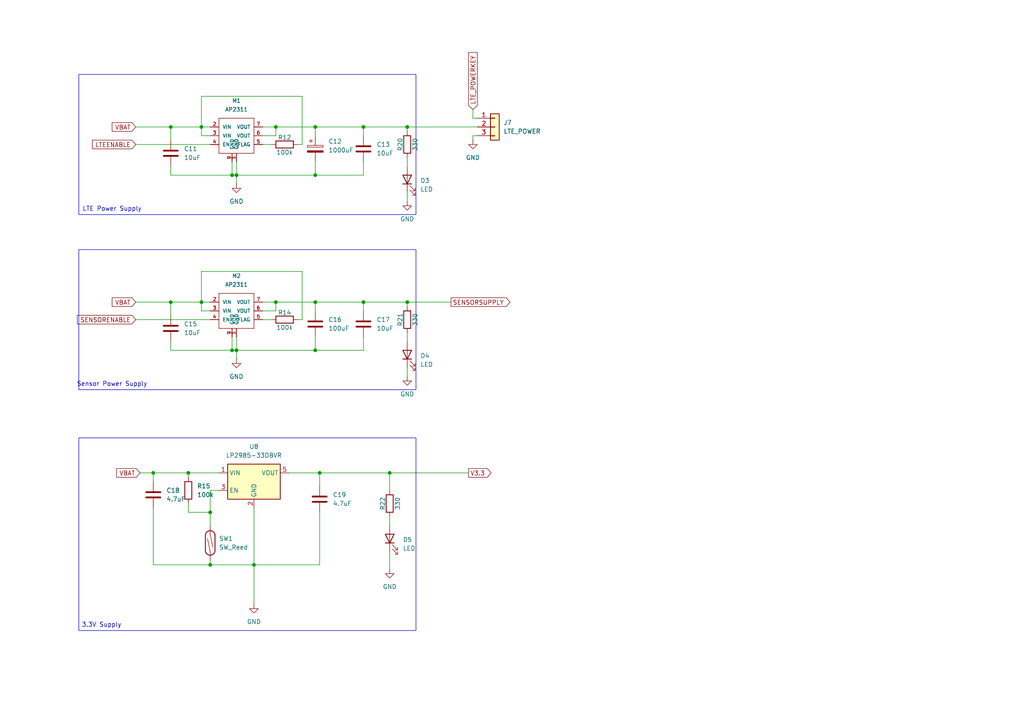
<source format=kicad_sch>
(kicad_sch (version 20231120) (generator "eeschema") (generator_version "8.0")
  (paper "A4")
  (title_block (date "2024-11-26"))
  (lib_symbols
    (symbol "Connector_Generic:Conn_01x03" (pin_names (offset 1.016) hide)
      (property "Reference" "J" (at 0 5.08 0))
      (property "Value" "Conn_01x03" (at 0 -5.08 0))
      (symbol "Conn_01x03_1_1"
        (rectangle (start -1.27 -2.413) (end 0 -2.667) (stroke (width 0.1524)))
        (rectangle (start -1.27 0.127) (end 0 -0.127) (stroke (width 0.1524)))
        (rectangle (start -1.27 2.667) (end 0 2.413) (stroke (width 0.1524)))
        (rectangle (start -1.27 3.81) (end 1.27 -3.81) (stroke (width 0.254)) (fill (type background)))
        (pin passive line (at -5.08 2.54 0) (length 3.81) (name "Pin_1") (number "1"))
        (pin passive line (at -5.08 0 0) (length 3.81) (name "Pin_2") (number "2"))
        (pin passive line (at -5.08 -2.54 0) (length 3.81) (name "Pin_3") (number "3"))
      )
    )
    (symbol "Device:C" (pin_numbers hide) (pin_names (offset 0.254))
      (property "Reference" "C" (at 0.635 2.54 0))
      (property "Value" "C" (at 0.635 -2.54 0))
      (symbol "C_0_1"
        (polyline (pts (xy -2.032 -0.762) (xy 2.032 -0.762)) (stroke (width 0.508)))
        (polyline (pts (xy -2.032 0.762) (xy 2.032 0.762)) (stroke (width 0.508)))
      )
      (symbol "C_1_1"
        (pin passive line (at 0 3.81 270) (length 2.794) (name "~") (number "1"))
        (pin passive line (at 0 -3.81 90) (length 2.794) (name "~") (number "2"))
      )
    )
    (symbol "Device:C_Polarized" (pin_numbers hide) (pin_names (offset 0.254))
      (property "Reference" "C" (at 0.635 2.54 0))
      (property "Value" "C_Polarized" (at 0.635 -2.54 0))
      (symbol "C_Polarized_0_1"
        (rectangle (start -2.286 0.508) (end 2.286 1.016))
        (polyline (pts (xy -1.778 2.286) (xy -0.762 2.286)))
        (polyline (pts (xy -1.27 2.794) (xy -1.27 1.778)))
        (rectangle (start 2.286 -0.508) (end -2.286 -1.016) (fill (type outline)))
      )
      (symbol "C_Polarized_1_1"
        (pin passive line (at 0 3.81 270) (length 2.794) (name "~") (number "1"))
        (pin passive line (at 0 -3.81 90) (length 2.794) (name "~") (number "2"))
      )
    )
    (symbol "Device:LED" (pin_numbers hide) (pin_names (offset 1.016) hide)
      (property "Reference" "D" (at 0 2.54 0))
      (property "Value" "LED" (at 0 -2.54 0))
      (symbol "LED_0_1"
        (polyline (pts (xy -1.27 -1.27) (xy -1.27 1.27)) (stroke (width 0.254)))
        (polyline (pts (xy -1.27 0) (xy 1.27 0)))
        (polyline (pts (xy 1.27 -1.27) (xy 1.27 1.27) (xy -1.27 0) (xy 1.27 -1.27)) (stroke (width 0.254)))
        (polyline (pts (xy -3.048 -0.762) (xy -4.572 -2.286) (xy -3.81 -2.286) (xy -4.572 -2.286) (xy -4.572 -1.524)))
        (polyline (pts (xy -1.778 -0.762) (xy -3.302 -2.286) (xy -2.54 -2.286) (xy -3.302 -2.286) (xy -3.302 -1.524)))
      )
      (symbol "LED_1_1"
        (pin passive line (at -3.81 0 0) (length 2.54) (name "K") (number "1"))
        (pin passive line (at 3.81 0 180) (length 2.54) (name "A") (number "2"))
      )
    )
    (symbol "Device:R" (pin_numbers hide) (pin_names (offset 0))
      (property "Reference" "R" (at 2.032 0 90))
      (property "Value" "R" (at 0 0 90))
      (symbol "R_0_1"
        (rectangle (start -1.016 -2.54) (end 1.016 2.54) (stroke (width 0.254)))
      )
      (symbol "R_1_1"
        (pin passive line (at 0 3.81 270) (length 1.27) (name "~") (number "1"))
        (pin passive line (at 0 -3.81 90) (length 1.27) (name "~") (number "2"))
      )
    )
    (symbol "Regulator_Linear:MIC5504-3.3YM5"
      (property "Reference" "U" (at -7.62 8.89 0))
      (property "Value" "MIC5504-3.3YM5" (at -7.62 6.35 0))
      (symbol "MIC5504-3.3YM5_0_1"
        (rectangle (start -7.62 -5.08) (end 7.62 5.08) (stroke (width 0.254)) (fill (type background)))
      )
      (symbol "MIC5504-3.3YM5_1_1"
        (pin power_in line (at -10.16 2.54 0) (length 2.54) (name "VIN") (number "1"))
        (pin power_in line (at 0 -7.62 90) (length 2.54) (name "GND") (number "2"))
        (pin input line (at -10.16 -2.54 0) (length 2.54) (name "EN") (number "3"))
        (pin no_connect line (at 7.62 -2.54 180) (length 2.54) hide (name "NC") (number "4"))
        (pin power_out line (at 10.16 2.54 180) (length 2.54) (name "VOUT") (number "5"))
      )
    )
    (symbol "SmarterSilo:AP2311" (pin_names (offset 1.016))
      (property "Reference" "M" (at -5.08 6.35 0))
      (property "Value" "AP2311" (at -1.27 6.35 0))
      (symbol "AP2311_1_0"
        (polyline (pts (xy -5.08 -5.08) (xy -5.08 5.08)))
        (polyline (pts (xy -5.08 5.08) (xy 5.08 5.08)))
        (polyline (pts (xy 5.08 -5.08) (xy -5.08 -5.08)))
        (polyline (pts (xy 5.08 5.08) (xy 5.08 -5.08)))
      )
      (symbol "AP2311_1_1"
        (pin power_in line (at 0 -7.62 90) (length 2.54) (name "GND") (number "1"))
        (pin power_in line (at -7.62 2.54 0) (length 2.54) (name "VIN") (number "2"))
        (pin power_in line (at -7.62 0 0) (length 2.54) (name "VIN") (number "3"))
        (pin input line (at -7.62 -2.54 0) (length 2.54) (name "EN") (number "4"))
        (pin open_collector line (at 7.62 -2.54 180) (length 2.54) (name "FLAG") (number "5"))
        (pin passive line (at 7.62 0 180) (length 2.54) (name "VOUT") (number "6"))
        (pin power_out line (at 7.62 2.54 180) (length 2.54) (name "VOUT") (number "7"))
        (pin no_connect line (at -1.27 7.62 270) (length 2.54) hide (name "NC") (number "8"))
        (pin power_in line (at -1.27 -7.62 90) (length 2.54) (name "GND") (number "9"))
      )
    )
    (symbol "Switch:SW_Reed" (pin_numbers hide) (pin_names (offset 0) hide)
      (property "Reference" "SW" (at 0 2.54 0))
      (property "Value" "SW_Reed" (at 0 -2.54 0))
      (symbol "SW_Reed_0_0"
        (arc (start -2.159 1.397) (mid -3.55 0) (end -2.159 -1.397) (stroke (width 0.254)))
        (polyline (pts (xy -2.54 0) (xy 1.27 0.762)))
        (polyline (pts (xy -2.159 -1.397) (xy 2.286 -1.397)) (stroke (width 0.254)))
        (polyline (pts (xy 2.159 1.397) (xy -2.159 1.397)) (stroke (width 0.254)))
        (polyline (pts (xy 2.54 0) (xy -1.27 -0.762)))
        (arc (start 2.159 -1.397) (mid 3.55 0) (end 2.159 1.397) (stroke (width 0.254)))
      )
      (symbol "SW_Reed_1_1"
        (pin passive line (at -5.08 0 0) (length 2.54) (name "1") (number "1"))
        (pin passive line (at 5.08 0 180) (length 2.54) (name "2") (number "2"))
      )
    )
    (symbol "power:GND" (power) (pin_numbers hide) (pin_names (offset 0) hide)
      (property "Value" "GND" (at 0 -3.81 0))
      (symbol "GND_0_1"
        (polyline (pts (xy 0 0) (xy 0 -1.27) (xy 1.27 -1.27) (xy 0 -2.54) (xy -1.27 -1.27) (xy 0 -1.27)))
      )
      (symbol "GND_1_1"
        (pin power_in line (at 0 0 270) (length 0) (name "~") (number "1"))
      )
    )
  )
  (junction (at 91.44 50.8))
  (junction (at 68.58 101.6))
  (junction (at 73.66 163.83))
  (junction (at 68.58 50.8))
  (junction (at 105.41 36.83))
  (junction (at 60.96 163.83))
  (junction (at 60.96 148.59))
  (junction (at 49.53 36.83))
  (junction (at 91.44 101.6))
  (junction (at 113.03 137.16))
  (junction (at 58.42 36.83))
  (junction (at 44.45 137.16))
  (junction (at 80.01 36.83))
  (junction (at 54.61 137.16))
  (junction (at 118.11 36.83))
  (junction (at 91.44 36.83))
  (junction (at 105.41 87.63))
  (junction (at 58.42 87.63))
  (junction (at 67.31 101.6))
  (junction (at 49.53 87.63))
  (junction (at 91.44 87.63))
  (junction (at 67.31 50.8))
  (junction (at 92.71 137.16))
  (junction (at 80.01 87.63))
  (junction (at 118.11 87.63))
  (wire (pts (xy 91.44 36.83) (xy 91.44 39.37)))
  (wire (pts (xy 91.44 101.6) (xy 91.44 97.79)))
  (wire (pts (xy 137.16 31.75) (xy 137.16 34.29)))
  (wire (pts (xy 87.63 27.94) (xy 58.42 27.94)))
  (wire (pts (xy 49.53 36.83) (xy 58.42 36.83)))
  (wire (pts (xy 68.58 101.6) (xy 68.58 104.14)))
  (wire (pts (xy 76.2 41.91) (xy 78.74 41.91)))
  (wire (pts (xy 118.11 87.63) (xy 130.81 87.63)))
  (wire (pts (xy 91.44 50.8) (xy 105.41 50.8)))
  (wire (pts (xy 73.66 163.83) (xy 73.66 175.26)))
  (wire (pts (xy 58.42 87.63) (xy 60.96 87.63)))
  (wire (pts (xy 58.42 36.83) (xy 60.96 36.83)))
  (wire (pts (xy 60.96 162.56) (xy 60.96 163.83)))
  (wire (pts (xy 68.58 101.6) (xy 91.44 101.6)))
  (wire (pts (xy 39.37 41.91) (xy 60.96 41.91)))
  (wire (pts (xy 113.03 149.86) (xy 113.03 152.4)))
  (wire (pts (xy 118.11 36.83) (xy 118.11 38.1)))
  (wire (pts (xy 60.96 142.24) (xy 63.5 142.24)))
  (wire (pts (xy 137.16 39.37) (xy 137.16 40.64)))
  (wire (pts (xy 105.41 87.63) (xy 118.11 87.63)))
  (wire (pts (xy 86.36 41.91) (xy 87.63 41.91)))
  (wire (pts (xy 118.11 45.72) (xy 118.11 48.26)))
  (wire (pts (xy 58.42 78.74) (xy 58.42 87.63)))
  (wire (pts (xy 105.41 39.37) (xy 105.41 36.83)))
  (wire (pts (xy 113.03 137.16) (xy 113.03 142.24)))
  (wire (pts (xy 60.96 163.83) (xy 73.66 163.83)))
  (wire (pts (xy 49.53 87.63) (xy 49.53 91.44)))
  (wire (pts (xy 113.03 160.02) (xy 113.03 165.1)))
  (wire (pts (xy 138.43 39.37) (xy 137.16 39.37)))
  (wire (pts (xy 91.44 101.6) (xy 105.41 101.6)))
  (wire (pts (xy 118.11 36.83) (xy 138.43 36.83)))
  (wire (pts (xy 54.61 148.59) (xy 60.96 148.59)))
  (wire (pts (xy 60.96 39.37) (xy 58.42 39.37)))
  (wire (pts (xy 91.44 50.8) (xy 91.44 46.99)))
  (wire (pts (xy 68.58 50.8) (xy 68.58 53.34)))
  (wire (pts (xy 49.53 87.63) (xy 58.42 87.63)))
  (wire (pts (xy 113.03 137.16) (xy 135.89 137.16)))
  (wire (pts (xy 60.96 148.59) (xy 60.96 142.24)))
  (wire (pts (xy 87.63 92.71) (xy 87.63 78.74)))
  (wire (pts (xy 105.41 87.63) (xy 91.44 87.63)))
  (wire (pts (xy 49.53 50.8) (xy 49.53 48.26)))
  (wire (pts (xy 118.11 96.52) (xy 118.11 99.06)))
  (wire (pts (xy 67.31 50.8) (xy 68.58 50.8)))
  (wire (pts (xy 87.63 78.74) (xy 58.42 78.74)))
  (wire (pts (xy 91.44 87.63) (xy 91.44 90.17)))
  (wire (pts (xy 39.37 87.63) (xy 49.53 87.63)))
  (wire (pts (xy 54.61 146.05) (xy 54.61 148.59)))
  (wire (pts (xy 44.45 137.16) (xy 54.61 137.16)))
  (wire (pts (xy 40.64 137.16) (xy 44.45 137.16)))
  (wire (pts (xy 76.2 39.37) (xy 80.01 39.37)))
  (wire (pts (xy 58.42 90.17) (xy 58.42 87.63)))
  (wire (pts (xy 39.37 36.83) (xy 49.53 36.83)))
  (wire (pts (xy 86.36 92.71) (xy 87.63 92.71)))
  (wire (pts (xy 105.41 90.17) (xy 105.41 87.63)))
  (wire (pts (xy 54.61 137.16) (xy 63.5 137.16)))
  (wire (pts (xy 49.53 101.6) (xy 67.31 101.6)))
  (wire (pts (xy 76.2 90.17) (xy 80.01 90.17)))
  (wire (pts (xy 92.71 137.16) (xy 113.03 137.16)))
  (wire (pts (xy 76.2 36.83) (xy 80.01 36.83)))
  (wire (pts (xy 80.01 36.83) (xy 91.44 36.83)))
  (wire (pts (xy 73.66 147.32) (xy 73.66 163.83)))
  (wire (pts (xy 49.53 50.8) (xy 67.31 50.8)))
  (wire (pts (xy 44.45 163.83) (xy 60.96 163.83)))
  (wire (pts (xy 118.11 55.88) (xy 118.11 58.42)))
  (wire (pts (xy 87.63 41.91) (xy 87.63 27.94)))
  (wire (pts (xy 92.71 137.16) (xy 92.71 140.97)))
  (wire (pts (xy 92.71 148.59) (xy 92.71 163.83)))
  (wire (pts (xy 68.58 50.8) (xy 91.44 50.8)))
  (wire (pts (xy 67.31 101.6) (xy 68.58 101.6)))
  (wire (pts (xy 68.58 97.79) (xy 68.58 101.6)))
  (wire (pts (xy 39.37 92.71) (xy 60.96 92.71)))
  (wire (pts (xy 60.96 90.17) (xy 58.42 90.17)))
  (wire (pts (xy 58.42 39.37) (xy 58.42 36.83)))
  (wire (pts (xy 68.58 46.99) (xy 68.58 50.8)))
  (wire (pts (xy 44.45 137.16) (xy 44.45 139.7)))
  (wire (pts (xy 80.01 90.17) (xy 80.01 87.63)))
  (wire (pts (xy 76.2 87.63) (xy 80.01 87.63)))
  (wire (pts (xy 67.31 97.79) (xy 67.31 101.6)))
  (wire (pts (xy 118.11 106.68) (xy 118.11 109.22)))
  (wire (pts (xy 105.41 101.6) (xy 105.41 97.79)))
  (wire (pts (xy 92.71 163.83) (xy 73.66 163.83)))
  (wire (pts (xy 80.01 87.63) (xy 91.44 87.63)))
  (wire (pts (xy 58.42 27.94) (xy 58.42 36.83)))
  (wire (pts (xy 49.53 101.6) (xy 49.53 99.06)))
  (wire (pts (xy 137.16 34.29) (xy 138.43 34.29)))
  (wire (pts (xy 105.41 36.83) (xy 118.11 36.83)))
  (wire (pts (xy 105.41 36.83) (xy 91.44 36.83)))
  (wire (pts (xy 67.31 46.99) (xy 67.31 50.8)))
  (wire (pts (xy 60.96 148.59) (xy 60.96 152.4)))
  (wire (pts (xy 80.01 39.37) (xy 80.01 36.83)))
  (wire (pts (xy 44.45 147.32) (xy 44.45 163.83)))
  (wire (pts (xy 83.82 137.16) (xy 92.71 137.16)))
  (wire (pts (xy 105.41 50.8) (xy 105.41 46.99)))
  (wire (pts (xy 118.11 87.63) (xy 118.11 88.9)))
  (wire (pts (xy 76.2 92.71) (xy 78.74 92.71)))
  (wire (pts (xy 49.53 36.83) (xy 49.53 40.64)))
  (wire (pts (xy 54.61 137.16) (xy 54.61 138.43)))
  (rectangle (start 22.86 21.59) (end 120.65 62.23))
  (rectangle (start 22.86 127) (end 120.65 182.88))
  (rectangle (start 22.86 72.39) (end 120.65 113.03))
  (text "Sensor Power Supply" (at 32.512 111.506 0) (effects (font (size 1.27 1.27))))
  (text "3.3V Supply" (at 29.464 181.356 0) (effects (font (size 1.27 1.27))))
  (text "LTE Power Supply" (at 32.512 60.706 0) (effects (font (size 1.27 1.27))))
  (global_label "VBAT" (shape input) (at 39.37 87.63 180) (property "Intersheetrefs" "${INTERSHEET_REFS}" (effects (hide yes))))
  (global_label "SENSORENABLE" (shape input) (at 39.37 92.71 180) (property "Intersheetrefs" "${INTERSHEET_REFS}" (effects (hide yes))))
  (global_label "VBAT" (shape input) (at 39.37 36.83 180) (property "Intersheetrefs" "${INTERSHEET_REFS}" (effects (hide yes))))
  (global_label "VBAT" (shape input) (at 40.64 137.16 180) (property "Intersheetrefs" "${INTERSHEET_REFS}" (effects (hide yes))))
  (global_label "LTEENABLE" (shape input) (at 39.37 41.91 180) (property "Intersheetrefs" "${INTERSHEET_REFS}" (effects (hide yes))))
  (global_label "LTE_POWERKEY" (shape input) (at 137.16 31.75 90) (property "Intersheetrefs" "${INTERSHEET_REFS}" (effects (hide yes))))
  (global_label "V3.3" (shape output) (at 135.89 137.16 0) (property "Intersheetrefs" "${INTERSHEET_REFS}" (effects (hide yes))))
  (global_label "SENSORSUPPLY" (shape output) (at 130.81 87.63 0) (property "Intersheetrefs" "${INTERSHEET_REFS}" (effects (hide yes))))
  (symbol (lib_id "Device:C") (at 105.41 93.98 0) (unit 1)
    (property "Reference" "C17" (at 109.22 92.7099 0) (effects (justify left)))
    (property "Value" "10uF" (at 109.22 95.2499 0) (effects (justify left)))
    (property "Footprint" "Capacitor_SMD:C_0805_2012Metric" (effects (hide yes)))
    (property "Description" "Unpolarized capacitor" (effects (hide yes)))
    (property "LCSC" "C15850" (effects (hide yes)))
  )
  (symbol (lib_id "power:GND") (at 68.58 53.34 0) (unit 1)
    (property "Reference" "#PWR08" (effects (hide yes)))
    (property "Value" "GND" (at 68.58 58.42 0))
    (property "Description" "Power symbol creates a global label with name \"GND\" , ground" (effects (hide yes)))
  )
  (symbol (lib_id "Device:R") (at 113.03 146.05 180) (unit 1)
    (property "Reference" "R22" (at 110.998 146.05 90))
    (property "Value" "330" (at 115.316 146.05 90))
    (property "Footprint" "Resistor_SMD:R_0603_1608Metric" (effects (hide yes)))
    (property "Description" "Resistor" (effects (hide yes)))
    (property "LCSC" "C23138" (effects (hide yes)))
  )
  (symbol (lib_id "Switch:SW_Reed") (at 60.96 157.48 90) (unit 1)
    (property "Reference" "SW1" (at 63.5 156.2099 90) (effects (justify right)))
    (property "Value" "SW_Reed" (at 63.5 158.7499 90) (effects (justify right)))
    (property "Footprint" "Button_Switch_SMD:SW_SPST_REED_CT10-XXXX-G1" (effects (hide yes)))
    (property "Description" "reed switch" (effects (hide yes)))
  )
  (symbol (lib_id "Device:R") (at 54.61 142.24 0) (unit 1)
    (property "Reference" "R15" (at 57.15 140.9699 0) (effects (justify left)))
    (property "Value" "100k" (at 57.15 143.5099 0) (effects (justify left)))
    (property "Footprint" "Resistor_SMD:R_0603_1608Metric" (effects (hide yes)))
    (property "Description" "Resistor" (effects (hide yes)))
    (property "LCSC" "C25803" (effects (hide yes)))
  )
  (symbol (lib_id "Device:R") (at 82.55 92.71 90) (unit 1)
    (property "Reference" "R14" (at 82.55 90.678 90))
    (property "Value" "100k" (at 82.55 94.996 90))
    (property "Footprint" "Resistor_SMD:R_0603_1608Metric" (effects (hide yes)))
    (property "Description" "Resistor" (effects (hide yes)))
    (property "LCSC" "C25803" (effects (hide yes)))
  )
  (symbol (lib_id "Connector_Generic:Conn_01x03") (at 143.51 36.83 0) (unit 1)
    (property "Reference" "J7" (at 146.05 35.5599 0) (effects (justify left)))
    (property "Value" "LTE_POWER" (at 146.05 38.0999 0) (effects (justify left)))
    (property "Footprint" "Connector_PinHeader_2.54mm:PinHeader_1x03_P2.54mm_Vertical" (effects (hide yes)))
    (property "Description" "Generic connector, single row, 01x03, script generated (kicad-library-utils/schlib/autogen/connector/)" (effects (hide yes)))
  )
  (symbol (lib_id "Device:C") (at 49.53 44.45 0) (unit 1)
    (property "Reference" "C11" (at 53.34 43.1799 0) (effects (justify left)))
    (property "Value" "10uF" (at 53.34 45.7199 0) (effects (justify left)))
    (property "Footprint" "Capacitor_SMD:C_0805_2012Metric" (effects (hide yes)))
    (property "Description" "Unpolarized capacitor" (effects (hide yes)))
    (property "LCSC" "C15850" (effects (hide yes)))
  )
  (symbol (lib_id "power:GND") (at 113.03 165.1 0) (unit 1)
    (property "Reference" "#PWR022" (effects (hide yes)))
    (property "Value" "GND" (at 113.03 170.18 0))
    (property "Description" "Power symbol creates a global label with name \"GND\" , ground" (effects (hide yes)))
  )
  (symbol (lib_id "Device:C") (at 105.41 43.18 0) (unit 1)
    (property "Reference" "C13" (at 109.22 41.9099 0) (effects (justify left)))
    (property "Value" "10uF" (at 109.22 44.4499 0) (effects (justify left)))
    (property "Footprint" "Capacitor_SMD:C_0805_2012Metric" (effects (hide yes)))
    (property "Description" "Unpolarized capacitor" (effects (hide yes)))
    (property "LCSC" "C15850" (effects (hide yes)))
  )
  (symbol (lib_id "Device:C") (at 91.44 93.98 0) (unit 1)
    (property "Reference" "C16" (at 95.25 92.7099 0) (effects (justify left)))
    (property "Value" "100uF" (at 95.25 95.2499 0) (effects (justify left)))
    (property "Footprint" "Capacitor_SMD:C_1206_3216Metric" (effects (hide yes)))
    (property "Description" "Unpolarized capacitor" (effects (hide yes)))
    (property "LCSC" "C15008" (effects (hide yes)))
  )
  (symbol (lib_id "Device:R") (at 118.11 92.71 180) (unit 1)
    (property "Reference" "R21" (at 116.078 92.71 90))
    (property "Value" "330" (at 120.396 92.71 90))
    (property "Footprint" "Resistor_SMD:R_0603_1608Metric" (effects (hide yes)))
    (property "Description" "Resistor" (effects (hide yes)))
    (property "LCSC" "C23138" (effects (hide yes)))
  )
  (symbol (lib_id "Device:C_Polarized") (at 91.44 43.18 0) (unit 1)
    (property "Reference" "C12" (at 95.25 41.0209 0) (effects (justify left)))
    (property "Value" "1000uF" (at 95.25 43.5609 0) (effects (justify left)))
    (property "Footprint" "Capacitor_SMD:CP_Elec_10x10.5" (effects (hide yes)))
    (property "Description" "Polarized capacitor" (effects (hide yes)))
    (property "LCSC" "C263979" (effects (hide yes)))
  )
  (symbol (lib_id "power:GND") (at 137.16 40.64 0) (unit 1)
    (property "Reference" "#PWR038" (effects (hide yes)))
    (property "Value" "GND" (at 137.16 45.72 0))
    (property "Description" "Power symbol creates a global label with name \"GND\" , ground" (effects (hide yes)))
  )
  (symbol (lib_id "Device:C") (at 49.53 95.25 0) (unit 1)
    (property "Reference" "C15" (at 53.34 93.9799 0) (effects (justify left)))
    (property "Value" "10uF" (at 53.34 96.5199 0) (effects (justify left)))
    (property "Footprint" "Capacitor_SMD:C_0805_2012Metric" (effects (hide yes)))
    (property "Description" "Unpolarized capacitor" (effects (hide yes)))
    (property "LCSC" "C15850" (effects (hide yes)))
  )
  (symbol (lib_id "power:GND") (at 73.66 175.26 0) (unit 1)
    (property "Reference" "#PWR011" (effects (hide yes)))
    (property "Value" "GND" (at 73.66 180.34 0))
    (property "Description" "Power symbol creates a global label with name \"GND\" , ground" (effects (hide yes)))
  )
  (symbol (lib_id "Device:R") (at 118.11 41.91 180) (unit 1)
    (property "Reference" "R20" (at 116.078 41.91 90))
    (property "Value" "330" (at 120.396 41.91 90))
    (property "Footprint" "Resistor_SMD:R_0603_1608Metric" (effects (hide yes)))
    (property "Description" "Resistor" (effects (hide yes)))
    (property "LCSC" "C23138" (effects (hide yes)))
  )
  (symbol (lib_id "power:GND") (at 68.58 104.14 0) (unit 1)
    (property "Reference" "#PWR010" (effects (hide yes)))
    (property "Value" "GND" (at 68.58 109.22 0))
    (property "Description" "Power symbol creates a global label with name \"GND\" , ground" (effects (hide yes)))
  )
  (symbol (lib_id "Device:LED") (at 118.11 52.07 90) (unit 1)
    (property "Reference" "D3" (at 121.92 52.3874 90) (effects (justify right)))
    (property "Value" "LED" (at 121.92 54.9274 90) (effects (justify right)))
    (property "Footprint" "LED_SMD:LED_0603_1608Metric" (effects (hide yes)))
    (property "Description" "Light emitting diode" (effects (hide yes)))
    (property "LCSC" "C2286" (effects (hide yes)))
  )
  (symbol (lib_id "SmarterSilo:AP2311") (at 68.58 39.37 0) (unit 1)
    (property "Reference" "M1" (at 68.58 29.21 0) (effects (font (size 1.143 1.143))))
    (property "Value" "AP2311" (at 68.58 31.75 0) (effects (font (size 1.143 1.143))))
    (property "Footprint" "Package_SO:MSOP-8-1EP_3x3mm_P0.65mm_EP1.68x1.88mm" (effects (hide yes)))
    (property "Description" "Single Channel Power Distribution Load Switch" (effects (hide yes)))
    (property "LCSC" "C460351" (effects (hide yes)))
  )
  (symbol (lib_id "Device:C") (at 92.71 144.78 0) (unit 1)
    (property "Reference" "C19" (at 96.52 143.5099 0) (effects (justify left)))
    (property "Value" "4.7uF" (at 96.52 146.0499 0) (effects (justify left)))
    (property "Footprint" "Capacitor_SMD:C_0805_2012Metric" (effects (hide yes)))
    (property "Description" "Unpolarized capacitor" (effects (hide yes)))
    (property "LCSC" "C1779" (effects (hide yes)))
  )
  (symbol (lib_id "Device:R") (at 82.55 41.91 90) (unit 1)
    (property "Reference" "R12" (at 82.55 39.878 90))
    (property "Value" "100k" (at 82.55 44.196 90))
    (property "Footprint" "Resistor_SMD:R_0603_1608Metric" (effects (hide yes)))
    (property "Description" "Resistor" (effects (hide yes)))
    (property "LCSC" "C25803" (effects (hide yes)))
  )
  (symbol (lib_id "Regulator_Linear:MIC5504-3.3YM5") (at 73.66 139.7 0) (unit 1)
    (property "Reference" "U8" (at 73.66 129.54 0))
    (property "Value" "LP2985-33DBVR" (at 73.66 132.08 0))
    (property "Footprint" "Package_TO_SOT_SMD:SOT-23-5" (effects (hide yes)))
    (property "Datasheet" "http://ww1.microchip.com/downloads/en/DeviceDoc/MIC550X.pdf" (effects (hide yes)))
    (property "Description" "300mA Low-dropout Voltage Regulator, Vout 3.3V, Vin up to 5.5V, SOT-23" (effects (hide yes)))
    (property "LCSC" "C95414" (effects (hide yes)))
  )
  (symbol (lib_id "SmarterSilo:AP2311") (at 68.58 90.17 0) (unit 1)
    (property "Reference" "M2" (at 68.58 80.01 0) (effects (font (size 1.143 1.143))))
    (property "Value" "AP2311" (at 68.58 82.55 0) (effects (font (size 1.143 1.143))))
    (property "Footprint" "Package_SO:MSOP-8-1EP_3x3mm_P0.65mm_EP1.68x1.88mm" (effects (hide yes)))
    (property "Description" "Single Channel Power Distribution Load Switch" (effects (hide yes)))
    (property "LCSC" "C460351" (effects (hide yes)))
  )
  (symbol (lib_id "power:GND") (at 118.11 58.42 0) (unit 1)
    (property "Reference" "#PWR020" (effects (hide yes)))
    (property "Value" "GND" (at 118.11 63.5 0))
    (property "Description" "Power symbol creates a global label with name \"GND\" , ground" (effects (hide yes)))
  )
  (symbol (lib_id "Device:LED") (at 113.03 156.21 90) (unit 1)
    (property "Reference" "D5" (at 116.84 156.5274 90) (effects (justify right)))
    (property "Value" "LED" (at 116.84 159.0674 90) (effects (justify right)))
    (property "Footprint" "LED_SMD:LED_0603_1608Metric" (effects (hide yes)))
    (property "Description" "Light emitting diode" (effects (hide yes)))
    (property "LCSC" "C2286" (effects (hide yes)))
  )
  (symbol (lib_id "power:GND") (at 118.11 109.22 0) (unit 1)
    (property "Reference" "#PWR039" (effects (hide yes)))
    (property "Value" "GND" (at 118.11 114.3 0))
    (property "Description" "Power symbol creates a global label with name \"GND\" , ground" (effects (hide yes)))
  )
  (symbol (lib_id "Device:C") (at 44.45 143.51 0) (unit 1)
    (property "Reference" "C18" (at 48.26 142.2399 0) (effects (justify left)))
    (property "Value" "4.7uF" (at 48.26 144.7799 0) (effects (justify left)))
    (property "Footprint" "Capacitor_SMD:C_0805_2012Metric" (effects (hide yes)))
    (property "Description" "Unpolarized capacitor" (effects (hide yes)))
    (property "LCSC" "C1779" (effects (hide yes)))
  )
  (symbol (lib_id "Device:LED") (at 118.11 102.87 90) (unit 1)
    (property "Reference" "D4" (at 121.92 103.1874 90) (effects (justify right)))
    (property "Value" "LED" (at 121.92 105.7274 90) (effects (justify right)))
    (property "Footprint" "LED_SMD:LED_0603_1608Metric" (effects (hide yes)))
    (property "Description" "Light emitting diode" (effects (hide yes)))
    (property "LCSC" "C2286" (effects (hide yes)))
  )
)
</source>
